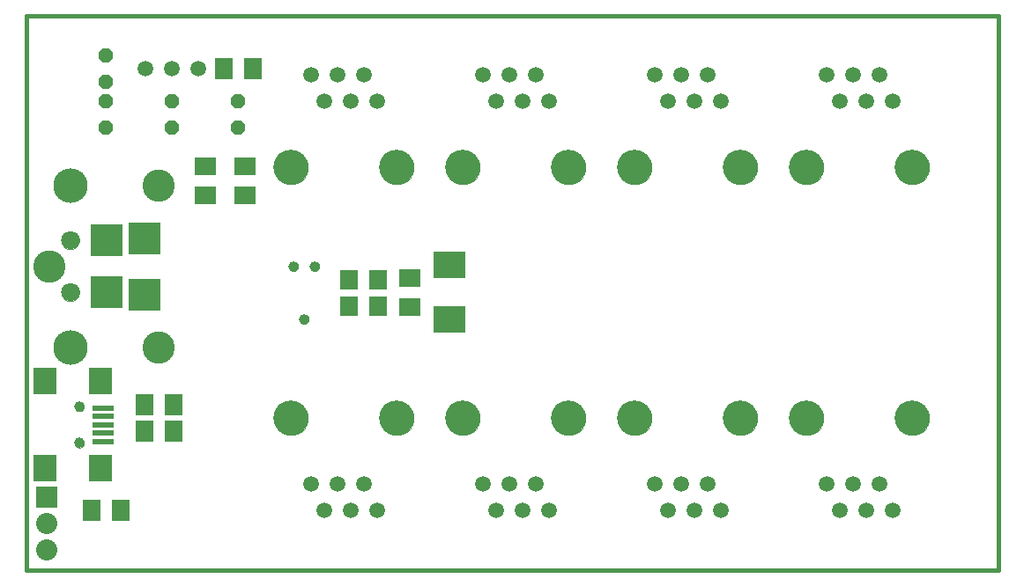
<source format=gts>
G75*
G70*
%OFA0B0*%
%FSLAX24Y24*%
%IPPOS*%
%LPD*%
%AMOC8*
5,1,8,0,0,1.08239X$1,22.5*
%
%ADD10C,0.0160*%
%ADD11C,0.0000*%
%ADD12C,0.0390*%
%ADD13R,0.0800X0.0800*%
%ADD14C,0.0800*%
%ADD15C,0.0594*%
%ADD16C,0.1320*%
%ADD17C,0.1221*%
%ADD18C,0.1306*%
%ADD19R,0.1221X0.1221*%
%ADD20C,0.0709*%
%ADD21OC8,0.0560*%
%ADD22R,0.0827X0.0670*%
%ADD23R,0.0670X0.0749*%
%ADD24R,0.1221X0.1024*%
%ADD25R,0.0670X0.0827*%
%ADD26R,0.0906X0.1024*%
%ADD27R,0.0827X0.0237*%
%ADD28C,0.0394*%
%ADD29C,0.0591*%
D10*
X000620Y000267D02*
X037370Y000267D01*
X037370Y021267D01*
X000620Y021267D01*
X000620Y000267D01*
D11*
X002443Y005078D02*
X002445Y005104D01*
X002451Y005130D01*
X002461Y005155D01*
X002474Y005178D01*
X002490Y005198D01*
X002510Y005216D01*
X002532Y005231D01*
X002555Y005243D01*
X002581Y005251D01*
X002607Y005255D01*
X002633Y005255D01*
X002659Y005251D01*
X002685Y005243D01*
X002709Y005231D01*
X002730Y005216D01*
X002750Y005198D01*
X002766Y005178D01*
X002779Y005155D01*
X002789Y005130D01*
X002795Y005104D01*
X002797Y005078D01*
X002795Y005052D01*
X002789Y005026D01*
X002779Y005001D01*
X002766Y004978D01*
X002750Y004958D01*
X002730Y004940D01*
X002708Y004925D01*
X002685Y004913D01*
X002659Y004905D01*
X002633Y004901D01*
X002607Y004901D01*
X002581Y004905D01*
X002555Y004913D01*
X002531Y004925D01*
X002510Y004940D01*
X002490Y004958D01*
X002474Y004978D01*
X002461Y005001D01*
X002451Y005026D01*
X002445Y005052D01*
X002443Y005078D01*
X002443Y006456D02*
X002445Y006482D01*
X002451Y006508D01*
X002461Y006533D01*
X002474Y006556D01*
X002490Y006576D01*
X002510Y006594D01*
X002532Y006609D01*
X002555Y006621D01*
X002581Y006629D01*
X002607Y006633D01*
X002633Y006633D01*
X002659Y006629D01*
X002685Y006621D01*
X002709Y006609D01*
X002730Y006594D01*
X002750Y006576D01*
X002766Y006556D01*
X002779Y006533D01*
X002789Y006508D01*
X002795Y006482D01*
X002797Y006456D01*
X002795Y006430D01*
X002789Y006404D01*
X002779Y006379D01*
X002766Y006356D01*
X002750Y006336D01*
X002730Y006318D01*
X002708Y006303D01*
X002685Y006291D01*
X002659Y006283D01*
X002633Y006279D01*
X002607Y006279D01*
X002581Y006283D01*
X002555Y006291D01*
X002531Y006303D01*
X002510Y006318D01*
X002490Y006336D01*
X002474Y006356D01*
X002461Y006379D01*
X002451Y006404D01*
X002445Y006430D01*
X002443Y006456D01*
X001939Y010782D02*
X001941Y010818D01*
X001947Y010854D01*
X001957Y010889D01*
X001970Y010923D01*
X001987Y010955D01*
X002007Y010985D01*
X002031Y011012D01*
X002057Y011037D01*
X002086Y011059D01*
X002117Y011078D01*
X002150Y011093D01*
X002184Y011105D01*
X002220Y011113D01*
X002256Y011117D01*
X002292Y011117D01*
X002328Y011113D01*
X002364Y011105D01*
X002398Y011093D01*
X002431Y011078D01*
X002462Y011059D01*
X002491Y011037D01*
X002517Y011012D01*
X002541Y010985D01*
X002561Y010955D01*
X002578Y010923D01*
X002591Y010889D01*
X002601Y010854D01*
X002607Y010818D01*
X002609Y010782D01*
X002607Y010746D01*
X002601Y010710D01*
X002591Y010675D01*
X002578Y010641D01*
X002561Y010609D01*
X002541Y010579D01*
X002517Y010552D01*
X002491Y010527D01*
X002462Y010505D01*
X002431Y010486D01*
X002398Y010471D01*
X002364Y010459D01*
X002328Y010451D01*
X002292Y010447D01*
X002256Y010447D01*
X002220Y010451D01*
X002184Y010459D01*
X002150Y010471D01*
X002117Y010486D01*
X002086Y010505D01*
X002057Y010527D01*
X002031Y010552D01*
X002007Y010579D01*
X001987Y010609D01*
X001970Y010641D01*
X001957Y010675D01*
X001947Y010710D01*
X001941Y010746D01*
X001939Y010782D01*
X001939Y012751D02*
X001941Y012787D01*
X001947Y012823D01*
X001957Y012858D01*
X001970Y012892D01*
X001987Y012924D01*
X002007Y012954D01*
X002031Y012981D01*
X002057Y013006D01*
X002086Y013028D01*
X002117Y013047D01*
X002150Y013062D01*
X002184Y013074D01*
X002220Y013082D01*
X002256Y013086D01*
X002292Y013086D01*
X002328Y013082D01*
X002364Y013074D01*
X002398Y013062D01*
X002431Y013047D01*
X002462Y013028D01*
X002491Y013006D01*
X002517Y012981D01*
X002541Y012954D01*
X002561Y012924D01*
X002578Y012892D01*
X002591Y012858D01*
X002601Y012823D01*
X002607Y012787D01*
X002609Y012751D01*
X002607Y012715D01*
X002601Y012679D01*
X002591Y012644D01*
X002578Y012610D01*
X002561Y012578D01*
X002541Y012548D01*
X002517Y012521D01*
X002491Y012496D01*
X002462Y012474D01*
X002431Y012455D01*
X002398Y012440D01*
X002364Y012428D01*
X002328Y012420D01*
X002292Y012416D01*
X002256Y012416D01*
X002220Y012420D01*
X002184Y012428D01*
X002150Y012440D01*
X002117Y012455D01*
X002086Y012474D01*
X002057Y012496D01*
X002031Y012521D01*
X002007Y012548D01*
X001987Y012578D01*
X001970Y012610D01*
X001957Y012644D01*
X001947Y012679D01*
X001941Y012715D01*
X001939Y012751D01*
X010545Y011767D02*
X010547Y011793D01*
X010553Y011819D01*
X010562Y011843D01*
X010575Y011866D01*
X010592Y011886D01*
X010611Y011904D01*
X010633Y011919D01*
X010656Y011930D01*
X010681Y011938D01*
X010707Y011942D01*
X010733Y011942D01*
X010759Y011938D01*
X010784Y011930D01*
X010808Y011919D01*
X010829Y011904D01*
X010848Y011886D01*
X010865Y011866D01*
X010878Y011843D01*
X010887Y011819D01*
X010893Y011793D01*
X010895Y011767D01*
X010893Y011741D01*
X010887Y011715D01*
X010878Y011691D01*
X010865Y011668D01*
X010848Y011648D01*
X010829Y011630D01*
X010807Y011615D01*
X010784Y011604D01*
X010759Y011596D01*
X010733Y011592D01*
X010707Y011592D01*
X010681Y011596D01*
X010656Y011604D01*
X010632Y011615D01*
X010611Y011630D01*
X010592Y011648D01*
X010575Y011668D01*
X010562Y011691D01*
X010553Y011715D01*
X010547Y011741D01*
X010545Y011767D01*
X011345Y011767D02*
X011347Y011793D01*
X011353Y011819D01*
X011362Y011843D01*
X011375Y011866D01*
X011392Y011886D01*
X011411Y011904D01*
X011433Y011919D01*
X011456Y011930D01*
X011481Y011938D01*
X011507Y011942D01*
X011533Y011942D01*
X011559Y011938D01*
X011584Y011930D01*
X011608Y011919D01*
X011629Y011904D01*
X011648Y011886D01*
X011665Y011866D01*
X011678Y011843D01*
X011687Y011819D01*
X011693Y011793D01*
X011695Y011767D01*
X011693Y011741D01*
X011687Y011715D01*
X011678Y011691D01*
X011665Y011668D01*
X011648Y011648D01*
X011629Y011630D01*
X011607Y011615D01*
X011584Y011604D01*
X011559Y011596D01*
X011533Y011592D01*
X011507Y011592D01*
X011481Y011596D01*
X011456Y011604D01*
X011432Y011615D01*
X011411Y011630D01*
X011392Y011648D01*
X011375Y011668D01*
X011362Y011691D01*
X011353Y011715D01*
X011347Y011741D01*
X011345Y011767D01*
X010945Y009767D02*
X010947Y009793D01*
X010953Y009819D01*
X010962Y009843D01*
X010975Y009866D01*
X010992Y009886D01*
X011011Y009904D01*
X011033Y009919D01*
X011056Y009930D01*
X011081Y009938D01*
X011107Y009942D01*
X011133Y009942D01*
X011159Y009938D01*
X011184Y009930D01*
X011208Y009919D01*
X011229Y009904D01*
X011248Y009886D01*
X011265Y009866D01*
X011278Y009843D01*
X011287Y009819D01*
X011293Y009793D01*
X011295Y009767D01*
X011293Y009741D01*
X011287Y009715D01*
X011278Y009691D01*
X011265Y009668D01*
X011248Y009648D01*
X011229Y009630D01*
X011207Y009615D01*
X011184Y009604D01*
X011159Y009596D01*
X011133Y009592D01*
X011107Y009592D01*
X011081Y009596D01*
X011056Y009604D01*
X011032Y009615D01*
X011011Y009630D01*
X010992Y009648D01*
X010975Y009668D01*
X010962Y009691D01*
X010953Y009715D01*
X010947Y009741D01*
X010945Y009767D01*
X009980Y006017D02*
X009982Y006067D01*
X009988Y006117D01*
X009998Y006166D01*
X010011Y006215D01*
X010029Y006262D01*
X010050Y006308D01*
X010074Y006351D01*
X010102Y006393D01*
X010133Y006433D01*
X010167Y006470D01*
X010204Y006504D01*
X010244Y006535D01*
X010286Y006563D01*
X010329Y006587D01*
X010375Y006608D01*
X010422Y006626D01*
X010471Y006639D01*
X010520Y006649D01*
X010570Y006655D01*
X010620Y006657D01*
X010670Y006655D01*
X010720Y006649D01*
X010769Y006639D01*
X010818Y006626D01*
X010865Y006608D01*
X010911Y006587D01*
X010954Y006563D01*
X010996Y006535D01*
X011036Y006504D01*
X011073Y006470D01*
X011107Y006433D01*
X011138Y006393D01*
X011166Y006351D01*
X011190Y006308D01*
X011211Y006262D01*
X011229Y006215D01*
X011242Y006166D01*
X011252Y006117D01*
X011258Y006067D01*
X011260Y006017D01*
X011258Y005967D01*
X011252Y005917D01*
X011242Y005868D01*
X011229Y005819D01*
X011211Y005772D01*
X011190Y005726D01*
X011166Y005683D01*
X011138Y005641D01*
X011107Y005601D01*
X011073Y005564D01*
X011036Y005530D01*
X010996Y005499D01*
X010954Y005471D01*
X010911Y005447D01*
X010865Y005426D01*
X010818Y005408D01*
X010769Y005395D01*
X010720Y005385D01*
X010670Y005379D01*
X010620Y005377D01*
X010570Y005379D01*
X010520Y005385D01*
X010471Y005395D01*
X010422Y005408D01*
X010375Y005426D01*
X010329Y005447D01*
X010286Y005471D01*
X010244Y005499D01*
X010204Y005530D01*
X010167Y005564D01*
X010133Y005601D01*
X010102Y005641D01*
X010074Y005683D01*
X010050Y005726D01*
X010029Y005772D01*
X010011Y005819D01*
X009998Y005868D01*
X009988Y005917D01*
X009982Y005967D01*
X009980Y006017D01*
X013980Y006017D02*
X013982Y006067D01*
X013988Y006117D01*
X013998Y006166D01*
X014011Y006215D01*
X014029Y006262D01*
X014050Y006308D01*
X014074Y006351D01*
X014102Y006393D01*
X014133Y006433D01*
X014167Y006470D01*
X014204Y006504D01*
X014244Y006535D01*
X014286Y006563D01*
X014329Y006587D01*
X014375Y006608D01*
X014422Y006626D01*
X014471Y006639D01*
X014520Y006649D01*
X014570Y006655D01*
X014620Y006657D01*
X014670Y006655D01*
X014720Y006649D01*
X014769Y006639D01*
X014818Y006626D01*
X014865Y006608D01*
X014911Y006587D01*
X014954Y006563D01*
X014996Y006535D01*
X015036Y006504D01*
X015073Y006470D01*
X015107Y006433D01*
X015138Y006393D01*
X015166Y006351D01*
X015190Y006308D01*
X015211Y006262D01*
X015229Y006215D01*
X015242Y006166D01*
X015252Y006117D01*
X015258Y006067D01*
X015260Y006017D01*
X015258Y005967D01*
X015252Y005917D01*
X015242Y005868D01*
X015229Y005819D01*
X015211Y005772D01*
X015190Y005726D01*
X015166Y005683D01*
X015138Y005641D01*
X015107Y005601D01*
X015073Y005564D01*
X015036Y005530D01*
X014996Y005499D01*
X014954Y005471D01*
X014911Y005447D01*
X014865Y005426D01*
X014818Y005408D01*
X014769Y005395D01*
X014720Y005385D01*
X014670Y005379D01*
X014620Y005377D01*
X014570Y005379D01*
X014520Y005385D01*
X014471Y005395D01*
X014422Y005408D01*
X014375Y005426D01*
X014329Y005447D01*
X014286Y005471D01*
X014244Y005499D01*
X014204Y005530D01*
X014167Y005564D01*
X014133Y005601D01*
X014102Y005641D01*
X014074Y005683D01*
X014050Y005726D01*
X014029Y005772D01*
X014011Y005819D01*
X013998Y005868D01*
X013988Y005917D01*
X013982Y005967D01*
X013980Y006017D01*
X016480Y006017D02*
X016482Y006067D01*
X016488Y006117D01*
X016498Y006166D01*
X016511Y006215D01*
X016529Y006262D01*
X016550Y006308D01*
X016574Y006351D01*
X016602Y006393D01*
X016633Y006433D01*
X016667Y006470D01*
X016704Y006504D01*
X016744Y006535D01*
X016786Y006563D01*
X016829Y006587D01*
X016875Y006608D01*
X016922Y006626D01*
X016971Y006639D01*
X017020Y006649D01*
X017070Y006655D01*
X017120Y006657D01*
X017170Y006655D01*
X017220Y006649D01*
X017269Y006639D01*
X017318Y006626D01*
X017365Y006608D01*
X017411Y006587D01*
X017454Y006563D01*
X017496Y006535D01*
X017536Y006504D01*
X017573Y006470D01*
X017607Y006433D01*
X017638Y006393D01*
X017666Y006351D01*
X017690Y006308D01*
X017711Y006262D01*
X017729Y006215D01*
X017742Y006166D01*
X017752Y006117D01*
X017758Y006067D01*
X017760Y006017D01*
X017758Y005967D01*
X017752Y005917D01*
X017742Y005868D01*
X017729Y005819D01*
X017711Y005772D01*
X017690Y005726D01*
X017666Y005683D01*
X017638Y005641D01*
X017607Y005601D01*
X017573Y005564D01*
X017536Y005530D01*
X017496Y005499D01*
X017454Y005471D01*
X017411Y005447D01*
X017365Y005426D01*
X017318Y005408D01*
X017269Y005395D01*
X017220Y005385D01*
X017170Y005379D01*
X017120Y005377D01*
X017070Y005379D01*
X017020Y005385D01*
X016971Y005395D01*
X016922Y005408D01*
X016875Y005426D01*
X016829Y005447D01*
X016786Y005471D01*
X016744Y005499D01*
X016704Y005530D01*
X016667Y005564D01*
X016633Y005601D01*
X016602Y005641D01*
X016574Y005683D01*
X016550Y005726D01*
X016529Y005772D01*
X016511Y005819D01*
X016498Y005868D01*
X016488Y005917D01*
X016482Y005967D01*
X016480Y006017D01*
X020480Y006017D02*
X020482Y006067D01*
X020488Y006117D01*
X020498Y006166D01*
X020511Y006215D01*
X020529Y006262D01*
X020550Y006308D01*
X020574Y006351D01*
X020602Y006393D01*
X020633Y006433D01*
X020667Y006470D01*
X020704Y006504D01*
X020744Y006535D01*
X020786Y006563D01*
X020829Y006587D01*
X020875Y006608D01*
X020922Y006626D01*
X020971Y006639D01*
X021020Y006649D01*
X021070Y006655D01*
X021120Y006657D01*
X021170Y006655D01*
X021220Y006649D01*
X021269Y006639D01*
X021318Y006626D01*
X021365Y006608D01*
X021411Y006587D01*
X021454Y006563D01*
X021496Y006535D01*
X021536Y006504D01*
X021573Y006470D01*
X021607Y006433D01*
X021638Y006393D01*
X021666Y006351D01*
X021690Y006308D01*
X021711Y006262D01*
X021729Y006215D01*
X021742Y006166D01*
X021752Y006117D01*
X021758Y006067D01*
X021760Y006017D01*
X021758Y005967D01*
X021752Y005917D01*
X021742Y005868D01*
X021729Y005819D01*
X021711Y005772D01*
X021690Y005726D01*
X021666Y005683D01*
X021638Y005641D01*
X021607Y005601D01*
X021573Y005564D01*
X021536Y005530D01*
X021496Y005499D01*
X021454Y005471D01*
X021411Y005447D01*
X021365Y005426D01*
X021318Y005408D01*
X021269Y005395D01*
X021220Y005385D01*
X021170Y005379D01*
X021120Y005377D01*
X021070Y005379D01*
X021020Y005385D01*
X020971Y005395D01*
X020922Y005408D01*
X020875Y005426D01*
X020829Y005447D01*
X020786Y005471D01*
X020744Y005499D01*
X020704Y005530D01*
X020667Y005564D01*
X020633Y005601D01*
X020602Y005641D01*
X020574Y005683D01*
X020550Y005726D01*
X020529Y005772D01*
X020511Y005819D01*
X020498Y005868D01*
X020488Y005917D01*
X020482Y005967D01*
X020480Y006017D01*
X022980Y006017D02*
X022982Y006067D01*
X022988Y006117D01*
X022998Y006166D01*
X023011Y006215D01*
X023029Y006262D01*
X023050Y006308D01*
X023074Y006351D01*
X023102Y006393D01*
X023133Y006433D01*
X023167Y006470D01*
X023204Y006504D01*
X023244Y006535D01*
X023286Y006563D01*
X023329Y006587D01*
X023375Y006608D01*
X023422Y006626D01*
X023471Y006639D01*
X023520Y006649D01*
X023570Y006655D01*
X023620Y006657D01*
X023670Y006655D01*
X023720Y006649D01*
X023769Y006639D01*
X023818Y006626D01*
X023865Y006608D01*
X023911Y006587D01*
X023954Y006563D01*
X023996Y006535D01*
X024036Y006504D01*
X024073Y006470D01*
X024107Y006433D01*
X024138Y006393D01*
X024166Y006351D01*
X024190Y006308D01*
X024211Y006262D01*
X024229Y006215D01*
X024242Y006166D01*
X024252Y006117D01*
X024258Y006067D01*
X024260Y006017D01*
X024258Y005967D01*
X024252Y005917D01*
X024242Y005868D01*
X024229Y005819D01*
X024211Y005772D01*
X024190Y005726D01*
X024166Y005683D01*
X024138Y005641D01*
X024107Y005601D01*
X024073Y005564D01*
X024036Y005530D01*
X023996Y005499D01*
X023954Y005471D01*
X023911Y005447D01*
X023865Y005426D01*
X023818Y005408D01*
X023769Y005395D01*
X023720Y005385D01*
X023670Y005379D01*
X023620Y005377D01*
X023570Y005379D01*
X023520Y005385D01*
X023471Y005395D01*
X023422Y005408D01*
X023375Y005426D01*
X023329Y005447D01*
X023286Y005471D01*
X023244Y005499D01*
X023204Y005530D01*
X023167Y005564D01*
X023133Y005601D01*
X023102Y005641D01*
X023074Y005683D01*
X023050Y005726D01*
X023029Y005772D01*
X023011Y005819D01*
X022998Y005868D01*
X022988Y005917D01*
X022982Y005967D01*
X022980Y006017D01*
X026980Y006017D02*
X026982Y006067D01*
X026988Y006117D01*
X026998Y006166D01*
X027011Y006215D01*
X027029Y006262D01*
X027050Y006308D01*
X027074Y006351D01*
X027102Y006393D01*
X027133Y006433D01*
X027167Y006470D01*
X027204Y006504D01*
X027244Y006535D01*
X027286Y006563D01*
X027329Y006587D01*
X027375Y006608D01*
X027422Y006626D01*
X027471Y006639D01*
X027520Y006649D01*
X027570Y006655D01*
X027620Y006657D01*
X027670Y006655D01*
X027720Y006649D01*
X027769Y006639D01*
X027818Y006626D01*
X027865Y006608D01*
X027911Y006587D01*
X027954Y006563D01*
X027996Y006535D01*
X028036Y006504D01*
X028073Y006470D01*
X028107Y006433D01*
X028138Y006393D01*
X028166Y006351D01*
X028190Y006308D01*
X028211Y006262D01*
X028229Y006215D01*
X028242Y006166D01*
X028252Y006117D01*
X028258Y006067D01*
X028260Y006017D01*
X028258Y005967D01*
X028252Y005917D01*
X028242Y005868D01*
X028229Y005819D01*
X028211Y005772D01*
X028190Y005726D01*
X028166Y005683D01*
X028138Y005641D01*
X028107Y005601D01*
X028073Y005564D01*
X028036Y005530D01*
X027996Y005499D01*
X027954Y005471D01*
X027911Y005447D01*
X027865Y005426D01*
X027818Y005408D01*
X027769Y005395D01*
X027720Y005385D01*
X027670Y005379D01*
X027620Y005377D01*
X027570Y005379D01*
X027520Y005385D01*
X027471Y005395D01*
X027422Y005408D01*
X027375Y005426D01*
X027329Y005447D01*
X027286Y005471D01*
X027244Y005499D01*
X027204Y005530D01*
X027167Y005564D01*
X027133Y005601D01*
X027102Y005641D01*
X027074Y005683D01*
X027050Y005726D01*
X027029Y005772D01*
X027011Y005819D01*
X026998Y005868D01*
X026988Y005917D01*
X026982Y005967D01*
X026980Y006017D01*
X029480Y006017D02*
X029482Y006067D01*
X029488Y006117D01*
X029498Y006166D01*
X029511Y006215D01*
X029529Y006262D01*
X029550Y006308D01*
X029574Y006351D01*
X029602Y006393D01*
X029633Y006433D01*
X029667Y006470D01*
X029704Y006504D01*
X029744Y006535D01*
X029786Y006563D01*
X029829Y006587D01*
X029875Y006608D01*
X029922Y006626D01*
X029971Y006639D01*
X030020Y006649D01*
X030070Y006655D01*
X030120Y006657D01*
X030170Y006655D01*
X030220Y006649D01*
X030269Y006639D01*
X030318Y006626D01*
X030365Y006608D01*
X030411Y006587D01*
X030454Y006563D01*
X030496Y006535D01*
X030536Y006504D01*
X030573Y006470D01*
X030607Y006433D01*
X030638Y006393D01*
X030666Y006351D01*
X030690Y006308D01*
X030711Y006262D01*
X030729Y006215D01*
X030742Y006166D01*
X030752Y006117D01*
X030758Y006067D01*
X030760Y006017D01*
X030758Y005967D01*
X030752Y005917D01*
X030742Y005868D01*
X030729Y005819D01*
X030711Y005772D01*
X030690Y005726D01*
X030666Y005683D01*
X030638Y005641D01*
X030607Y005601D01*
X030573Y005564D01*
X030536Y005530D01*
X030496Y005499D01*
X030454Y005471D01*
X030411Y005447D01*
X030365Y005426D01*
X030318Y005408D01*
X030269Y005395D01*
X030220Y005385D01*
X030170Y005379D01*
X030120Y005377D01*
X030070Y005379D01*
X030020Y005385D01*
X029971Y005395D01*
X029922Y005408D01*
X029875Y005426D01*
X029829Y005447D01*
X029786Y005471D01*
X029744Y005499D01*
X029704Y005530D01*
X029667Y005564D01*
X029633Y005601D01*
X029602Y005641D01*
X029574Y005683D01*
X029550Y005726D01*
X029529Y005772D01*
X029511Y005819D01*
X029498Y005868D01*
X029488Y005917D01*
X029482Y005967D01*
X029480Y006017D01*
X033480Y006017D02*
X033482Y006067D01*
X033488Y006117D01*
X033498Y006166D01*
X033511Y006215D01*
X033529Y006262D01*
X033550Y006308D01*
X033574Y006351D01*
X033602Y006393D01*
X033633Y006433D01*
X033667Y006470D01*
X033704Y006504D01*
X033744Y006535D01*
X033786Y006563D01*
X033829Y006587D01*
X033875Y006608D01*
X033922Y006626D01*
X033971Y006639D01*
X034020Y006649D01*
X034070Y006655D01*
X034120Y006657D01*
X034170Y006655D01*
X034220Y006649D01*
X034269Y006639D01*
X034318Y006626D01*
X034365Y006608D01*
X034411Y006587D01*
X034454Y006563D01*
X034496Y006535D01*
X034536Y006504D01*
X034573Y006470D01*
X034607Y006433D01*
X034638Y006393D01*
X034666Y006351D01*
X034690Y006308D01*
X034711Y006262D01*
X034729Y006215D01*
X034742Y006166D01*
X034752Y006117D01*
X034758Y006067D01*
X034760Y006017D01*
X034758Y005967D01*
X034752Y005917D01*
X034742Y005868D01*
X034729Y005819D01*
X034711Y005772D01*
X034690Y005726D01*
X034666Y005683D01*
X034638Y005641D01*
X034607Y005601D01*
X034573Y005564D01*
X034536Y005530D01*
X034496Y005499D01*
X034454Y005471D01*
X034411Y005447D01*
X034365Y005426D01*
X034318Y005408D01*
X034269Y005395D01*
X034220Y005385D01*
X034170Y005379D01*
X034120Y005377D01*
X034070Y005379D01*
X034020Y005385D01*
X033971Y005395D01*
X033922Y005408D01*
X033875Y005426D01*
X033829Y005447D01*
X033786Y005471D01*
X033744Y005499D01*
X033704Y005530D01*
X033667Y005564D01*
X033633Y005601D01*
X033602Y005641D01*
X033574Y005683D01*
X033550Y005726D01*
X033529Y005772D01*
X033511Y005819D01*
X033498Y005868D01*
X033488Y005917D01*
X033482Y005967D01*
X033480Y006017D01*
X033480Y015517D02*
X033482Y015567D01*
X033488Y015617D01*
X033498Y015666D01*
X033511Y015715D01*
X033529Y015762D01*
X033550Y015808D01*
X033574Y015851D01*
X033602Y015893D01*
X033633Y015933D01*
X033667Y015970D01*
X033704Y016004D01*
X033744Y016035D01*
X033786Y016063D01*
X033829Y016087D01*
X033875Y016108D01*
X033922Y016126D01*
X033971Y016139D01*
X034020Y016149D01*
X034070Y016155D01*
X034120Y016157D01*
X034170Y016155D01*
X034220Y016149D01*
X034269Y016139D01*
X034318Y016126D01*
X034365Y016108D01*
X034411Y016087D01*
X034454Y016063D01*
X034496Y016035D01*
X034536Y016004D01*
X034573Y015970D01*
X034607Y015933D01*
X034638Y015893D01*
X034666Y015851D01*
X034690Y015808D01*
X034711Y015762D01*
X034729Y015715D01*
X034742Y015666D01*
X034752Y015617D01*
X034758Y015567D01*
X034760Y015517D01*
X034758Y015467D01*
X034752Y015417D01*
X034742Y015368D01*
X034729Y015319D01*
X034711Y015272D01*
X034690Y015226D01*
X034666Y015183D01*
X034638Y015141D01*
X034607Y015101D01*
X034573Y015064D01*
X034536Y015030D01*
X034496Y014999D01*
X034454Y014971D01*
X034411Y014947D01*
X034365Y014926D01*
X034318Y014908D01*
X034269Y014895D01*
X034220Y014885D01*
X034170Y014879D01*
X034120Y014877D01*
X034070Y014879D01*
X034020Y014885D01*
X033971Y014895D01*
X033922Y014908D01*
X033875Y014926D01*
X033829Y014947D01*
X033786Y014971D01*
X033744Y014999D01*
X033704Y015030D01*
X033667Y015064D01*
X033633Y015101D01*
X033602Y015141D01*
X033574Y015183D01*
X033550Y015226D01*
X033529Y015272D01*
X033511Y015319D01*
X033498Y015368D01*
X033488Y015417D01*
X033482Y015467D01*
X033480Y015517D01*
X029480Y015517D02*
X029482Y015567D01*
X029488Y015617D01*
X029498Y015666D01*
X029511Y015715D01*
X029529Y015762D01*
X029550Y015808D01*
X029574Y015851D01*
X029602Y015893D01*
X029633Y015933D01*
X029667Y015970D01*
X029704Y016004D01*
X029744Y016035D01*
X029786Y016063D01*
X029829Y016087D01*
X029875Y016108D01*
X029922Y016126D01*
X029971Y016139D01*
X030020Y016149D01*
X030070Y016155D01*
X030120Y016157D01*
X030170Y016155D01*
X030220Y016149D01*
X030269Y016139D01*
X030318Y016126D01*
X030365Y016108D01*
X030411Y016087D01*
X030454Y016063D01*
X030496Y016035D01*
X030536Y016004D01*
X030573Y015970D01*
X030607Y015933D01*
X030638Y015893D01*
X030666Y015851D01*
X030690Y015808D01*
X030711Y015762D01*
X030729Y015715D01*
X030742Y015666D01*
X030752Y015617D01*
X030758Y015567D01*
X030760Y015517D01*
X030758Y015467D01*
X030752Y015417D01*
X030742Y015368D01*
X030729Y015319D01*
X030711Y015272D01*
X030690Y015226D01*
X030666Y015183D01*
X030638Y015141D01*
X030607Y015101D01*
X030573Y015064D01*
X030536Y015030D01*
X030496Y014999D01*
X030454Y014971D01*
X030411Y014947D01*
X030365Y014926D01*
X030318Y014908D01*
X030269Y014895D01*
X030220Y014885D01*
X030170Y014879D01*
X030120Y014877D01*
X030070Y014879D01*
X030020Y014885D01*
X029971Y014895D01*
X029922Y014908D01*
X029875Y014926D01*
X029829Y014947D01*
X029786Y014971D01*
X029744Y014999D01*
X029704Y015030D01*
X029667Y015064D01*
X029633Y015101D01*
X029602Y015141D01*
X029574Y015183D01*
X029550Y015226D01*
X029529Y015272D01*
X029511Y015319D01*
X029498Y015368D01*
X029488Y015417D01*
X029482Y015467D01*
X029480Y015517D01*
X026980Y015517D02*
X026982Y015567D01*
X026988Y015617D01*
X026998Y015666D01*
X027011Y015715D01*
X027029Y015762D01*
X027050Y015808D01*
X027074Y015851D01*
X027102Y015893D01*
X027133Y015933D01*
X027167Y015970D01*
X027204Y016004D01*
X027244Y016035D01*
X027286Y016063D01*
X027329Y016087D01*
X027375Y016108D01*
X027422Y016126D01*
X027471Y016139D01*
X027520Y016149D01*
X027570Y016155D01*
X027620Y016157D01*
X027670Y016155D01*
X027720Y016149D01*
X027769Y016139D01*
X027818Y016126D01*
X027865Y016108D01*
X027911Y016087D01*
X027954Y016063D01*
X027996Y016035D01*
X028036Y016004D01*
X028073Y015970D01*
X028107Y015933D01*
X028138Y015893D01*
X028166Y015851D01*
X028190Y015808D01*
X028211Y015762D01*
X028229Y015715D01*
X028242Y015666D01*
X028252Y015617D01*
X028258Y015567D01*
X028260Y015517D01*
X028258Y015467D01*
X028252Y015417D01*
X028242Y015368D01*
X028229Y015319D01*
X028211Y015272D01*
X028190Y015226D01*
X028166Y015183D01*
X028138Y015141D01*
X028107Y015101D01*
X028073Y015064D01*
X028036Y015030D01*
X027996Y014999D01*
X027954Y014971D01*
X027911Y014947D01*
X027865Y014926D01*
X027818Y014908D01*
X027769Y014895D01*
X027720Y014885D01*
X027670Y014879D01*
X027620Y014877D01*
X027570Y014879D01*
X027520Y014885D01*
X027471Y014895D01*
X027422Y014908D01*
X027375Y014926D01*
X027329Y014947D01*
X027286Y014971D01*
X027244Y014999D01*
X027204Y015030D01*
X027167Y015064D01*
X027133Y015101D01*
X027102Y015141D01*
X027074Y015183D01*
X027050Y015226D01*
X027029Y015272D01*
X027011Y015319D01*
X026998Y015368D01*
X026988Y015417D01*
X026982Y015467D01*
X026980Y015517D01*
X022980Y015517D02*
X022982Y015567D01*
X022988Y015617D01*
X022998Y015666D01*
X023011Y015715D01*
X023029Y015762D01*
X023050Y015808D01*
X023074Y015851D01*
X023102Y015893D01*
X023133Y015933D01*
X023167Y015970D01*
X023204Y016004D01*
X023244Y016035D01*
X023286Y016063D01*
X023329Y016087D01*
X023375Y016108D01*
X023422Y016126D01*
X023471Y016139D01*
X023520Y016149D01*
X023570Y016155D01*
X023620Y016157D01*
X023670Y016155D01*
X023720Y016149D01*
X023769Y016139D01*
X023818Y016126D01*
X023865Y016108D01*
X023911Y016087D01*
X023954Y016063D01*
X023996Y016035D01*
X024036Y016004D01*
X024073Y015970D01*
X024107Y015933D01*
X024138Y015893D01*
X024166Y015851D01*
X024190Y015808D01*
X024211Y015762D01*
X024229Y015715D01*
X024242Y015666D01*
X024252Y015617D01*
X024258Y015567D01*
X024260Y015517D01*
X024258Y015467D01*
X024252Y015417D01*
X024242Y015368D01*
X024229Y015319D01*
X024211Y015272D01*
X024190Y015226D01*
X024166Y015183D01*
X024138Y015141D01*
X024107Y015101D01*
X024073Y015064D01*
X024036Y015030D01*
X023996Y014999D01*
X023954Y014971D01*
X023911Y014947D01*
X023865Y014926D01*
X023818Y014908D01*
X023769Y014895D01*
X023720Y014885D01*
X023670Y014879D01*
X023620Y014877D01*
X023570Y014879D01*
X023520Y014885D01*
X023471Y014895D01*
X023422Y014908D01*
X023375Y014926D01*
X023329Y014947D01*
X023286Y014971D01*
X023244Y014999D01*
X023204Y015030D01*
X023167Y015064D01*
X023133Y015101D01*
X023102Y015141D01*
X023074Y015183D01*
X023050Y015226D01*
X023029Y015272D01*
X023011Y015319D01*
X022998Y015368D01*
X022988Y015417D01*
X022982Y015467D01*
X022980Y015517D01*
X020480Y015517D02*
X020482Y015567D01*
X020488Y015617D01*
X020498Y015666D01*
X020511Y015715D01*
X020529Y015762D01*
X020550Y015808D01*
X020574Y015851D01*
X020602Y015893D01*
X020633Y015933D01*
X020667Y015970D01*
X020704Y016004D01*
X020744Y016035D01*
X020786Y016063D01*
X020829Y016087D01*
X020875Y016108D01*
X020922Y016126D01*
X020971Y016139D01*
X021020Y016149D01*
X021070Y016155D01*
X021120Y016157D01*
X021170Y016155D01*
X021220Y016149D01*
X021269Y016139D01*
X021318Y016126D01*
X021365Y016108D01*
X021411Y016087D01*
X021454Y016063D01*
X021496Y016035D01*
X021536Y016004D01*
X021573Y015970D01*
X021607Y015933D01*
X021638Y015893D01*
X021666Y015851D01*
X021690Y015808D01*
X021711Y015762D01*
X021729Y015715D01*
X021742Y015666D01*
X021752Y015617D01*
X021758Y015567D01*
X021760Y015517D01*
X021758Y015467D01*
X021752Y015417D01*
X021742Y015368D01*
X021729Y015319D01*
X021711Y015272D01*
X021690Y015226D01*
X021666Y015183D01*
X021638Y015141D01*
X021607Y015101D01*
X021573Y015064D01*
X021536Y015030D01*
X021496Y014999D01*
X021454Y014971D01*
X021411Y014947D01*
X021365Y014926D01*
X021318Y014908D01*
X021269Y014895D01*
X021220Y014885D01*
X021170Y014879D01*
X021120Y014877D01*
X021070Y014879D01*
X021020Y014885D01*
X020971Y014895D01*
X020922Y014908D01*
X020875Y014926D01*
X020829Y014947D01*
X020786Y014971D01*
X020744Y014999D01*
X020704Y015030D01*
X020667Y015064D01*
X020633Y015101D01*
X020602Y015141D01*
X020574Y015183D01*
X020550Y015226D01*
X020529Y015272D01*
X020511Y015319D01*
X020498Y015368D01*
X020488Y015417D01*
X020482Y015467D01*
X020480Y015517D01*
X016480Y015517D02*
X016482Y015567D01*
X016488Y015617D01*
X016498Y015666D01*
X016511Y015715D01*
X016529Y015762D01*
X016550Y015808D01*
X016574Y015851D01*
X016602Y015893D01*
X016633Y015933D01*
X016667Y015970D01*
X016704Y016004D01*
X016744Y016035D01*
X016786Y016063D01*
X016829Y016087D01*
X016875Y016108D01*
X016922Y016126D01*
X016971Y016139D01*
X017020Y016149D01*
X017070Y016155D01*
X017120Y016157D01*
X017170Y016155D01*
X017220Y016149D01*
X017269Y016139D01*
X017318Y016126D01*
X017365Y016108D01*
X017411Y016087D01*
X017454Y016063D01*
X017496Y016035D01*
X017536Y016004D01*
X017573Y015970D01*
X017607Y015933D01*
X017638Y015893D01*
X017666Y015851D01*
X017690Y015808D01*
X017711Y015762D01*
X017729Y015715D01*
X017742Y015666D01*
X017752Y015617D01*
X017758Y015567D01*
X017760Y015517D01*
X017758Y015467D01*
X017752Y015417D01*
X017742Y015368D01*
X017729Y015319D01*
X017711Y015272D01*
X017690Y015226D01*
X017666Y015183D01*
X017638Y015141D01*
X017607Y015101D01*
X017573Y015064D01*
X017536Y015030D01*
X017496Y014999D01*
X017454Y014971D01*
X017411Y014947D01*
X017365Y014926D01*
X017318Y014908D01*
X017269Y014895D01*
X017220Y014885D01*
X017170Y014879D01*
X017120Y014877D01*
X017070Y014879D01*
X017020Y014885D01*
X016971Y014895D01*
X016922Y014908D01*
X016875Y014926D01*
X016829Y014947D01*
X016786Y014971D01*
X016744Y014999D01*
X016704Y015030D01*
X016667Y015064D01*
X016633Y015101D01*
X016602Y015141D01*
X016574Y015183D01*
X016550Y015226D01*
X016529Y015272D01*
X016511Y015319D01*
X016498Y015368D01*
X016488Y015417D01*
X016482Y015467D01*
X016480Y015517D01*
X013980Y015517D02*
X013982Y015567D01*
X013988Y015617D01*
X013998Y015666D01*
X014011Y015715D01*
X014029Y015762D01*
X014050Y015808D01*
X014074Y015851D01*
X014102Y015893D01*
X014133Y015933D01*
X014167Y015970D01*
X014204Y016004D01*
X014244Y016035D01*
X014286Y016063D01*
X014329Y016087D01*
X014375Y016108D01*
X014422Y016126D01*
X014471Y016139D01*
X014520Y016149D01*
X014570Y016155D01*
X014620Y016157D01*
X014670Y016155D01*
X014720Y016149D01*
X014769Y016139D01*
X014818Y016126D01*
X014865Y016108D01*
X014911Y016087D01*
X014954Y016063D01*
X014996Y016035D01*
X015036Y016004D01*
X015073Y015970D01*
X015107Y015933D01*
X015138Y015893D01*
X015166Y015851D01*
X015190Y015808D01*
X015211Y015762D01*
X015229Y015715D01*
X015242Y015666D01*
X015252Y015617D01*
X015258Y015567D01*
X015260Y015517D01*
X015258Y015467D01*
X015252Y015417D01*
X015242Y015368D01*
X015229Y015319D01*
X015211Y015272D01*
X015190Y015226D01*
X015166Y015183D01*
X015138Y015141D01*
X015107Y015101D01*
X015073Y015064D01*
X015036Y015030D01*
X014996Y014999D01*
X014954Y014971D01*
X014911Y014947D01*
X014865Y014926D01*
X014818Y014908D01*
X014769Y014895D01*
X014720Y014885D01*
X014670Y014879D01*
X014620Y014877D01*
X014570Y014879D01*
X014520Y014885D01*
X014471Y014895D01*
X014422Y014908D01*
X014375Y014926D01*
X014329Y014947D01*
X014286Y014971D01*
X014244Y014999D01*
X014204Y015030D01*
X014167Y015064D01*
X014133Y015101D01*
X014102Y015141D01*
X014074Y015183D01*
X014050Y015226D01*
X014029Y015272D01*
X014011Y015319D01*
X013998Y015368D01*
X013988Y015417D01*
X013982Y015467D01*
X013980Y015517D01*
X009980Y015517D02*
X009982Y015567D01*
X009988Y015617D01*
X009998Y015666D01*
X010011Y015715D01*
X010029Y015762D01*
X010050Y015808D01*
X010074Y015851D01*
X010102Y015893D01*
X010133Y015933D01*
X010167Y015970D01*
X010204Y016004D01*
X010244Y016035D01*
X010286Y016063D01*
X010329Y016087D01*
X010375Y016108D01*
X010422Y016126D01*
X010471Y016139D01*
X010520Y016149D01*
X010570Y016155D01*
X010620Y016157D01*
X010670Y016155D01*
X010720Y016149D01*
X010769Y016139D01*
X010818Y016126D01*
X010865Y016108D01*
X010911Y016087D01*
X010954Y016063D01*
X010996Y016035D01*
X011036Y016004D01*
X011073Y015970D01*
X011107Y015933D01*
X011138Y015893D01*
X011166Y015851D01*
X011190Y015808D01*
X011211Y015762D01*
X011229Y015715D01*
X011242Y015666D01*
X011252Y015617D01*
X011258Y015567D01*
X011260Y015517D01*
X011258Y015467D01*
X011252Y015417D01*
X011242Y015368D01*
X011229Y015319D01*
X011211Y015272D01*
X011190Y015226D01*
X011166Y015183D01*
X011138Y015141D01*
X011107Y015101D01*
X011073Y015064D01*
X011036Y015030D01*
X010996Y014999D01*
X010954Y014971D01*
X010911Y014947D01*
X010865Y014926D01*
X010818Y014908D01*
X010769Y014895D01*
X010720Y014885D01*
X010670Y014879D01*
X010620Y014877D01*
X010570Y014879D01*
X010520Y014885D01*
X010471Y014895D01*
X010422Y014908D01*
X010375Y014926D01*
X010329Y014947D01*
X010286Y014971D01*
X010244Y014999D01*
X010204Y015030D01*
X010167Y015064D01*
X010133Y015101D01*
X010102Y015141D01*
X010074Y015183D01*
X010050Y015226D01*
X010029Y015272D01*
X010011Y015319D01*
X009998Y015368D01*
X009988Y015417D01*
X009982Y015467D01*
X009980Y015517D01*
D12*
X010720Y011767D03*
X011520Y011767D03*
X011120Y009767D03*
D13*
X001370Y003017D03*
D14*
X001370Y002017D03*
X001370Y001017D03*
D15*
X011370Y003517D03*
X012370Y003517D03*
X013370Y003517D03*
X012870Y002517D03*
X013870Y002517D03*
X011870Y002517D03*
X017870Y003517D03*
X018870Y003517D03*
X019870Y003517D03*
X019370Y002517D03*
X018370Y002517D03*
X020370Y002517D03*
X024370Y003517D03*
X025370Y003517D03*
X026370Y003517D03*
X025870Y002517D03*
X024870Y002517D03*
X026870Y002517D03*
X030870Y003517D03*
X031870Y003517D03*
X032870Y003517D03*
X032370Y002517D03*
X033370Y002517D03*
X031370Y002517D03*
X031370Y018017D03*
X032370Y018017D03*
X033370Y018017D03*
X032870Y019017D03*
X031870Y019017D03*
X030870Y019017D03*
X026870Y018017D03*
X025870Y018017D03*
X024870Y018017D03*
X024370Y019017D03*
X025370Y019017D03*
X026370Y019017D03*
X020370Y018017D03*
X019370Y018017D03*
X018370Y018017D03*
X017870Y019017D03*
X018870Y019017D03*
X019870Y019017D03*
X013870Y018017D03*
X012870Y018017D03*
X011870Y018017D03*
X011370Y019017D03*
X012370Y019017D03*
X013370Y019017D03*
D16*
X014620Y015517D03*
X017120Y015517D03*
X021120Y015517D03*
X023620Y015517D03*
X027620Y015517D03*
X030120Y015517D03*
X034120Y015517D03*
X034120Y006017D03*
X030120Y006017D03*
X027620Y006017D03*
X023620Y006017D03*
X021120Y006017D03*
X017120Y006017D03*
X014620Y006017D03*
X010620Y006017D03*
X010620Y015517D03*
D17*
X005620Y014838D03*
X001486Y011767D03*
X005620Y008696D03*
D18*
X002274Y008696D03*
X002274Y014838D03*
D19*
X005089Y012830D03*
X003652Y012751D03*
X003652Y010782D03*
X005089Y010704D03*
D20*
X002274Y010782D03*
X002274Y012751D03*
D21*
X003620Y017017D03*
X003620Y018017D03*
X003620Y018767D03*
X003620Y019767D03*
X006120Y018017D03*
X006120Y017017D03*
X008620Y017017D03*
X008620Y018017D03*
D22*
X008870Y015568D03*
X007370Y015568D03*
X007370Y014465D03*
X008870Y014465D03*
X015120Y011318D03*
X015120Y010215D03*
D23*
X013922Y010267D03*
X012819Y010267D03*
X012819Y011267D03*
X013922Y011267D03*
D24*
X016620Y011816D03*
X016620Y009757D03*
D25*
X006172Y006517D03*
X005069Y006517D03*
X005069Y005517D03*
X006172Y005517D03*
X004172Y002517D03*
X003069Y002517D03*
X008069Y019267D03*
X009172Y019267D03*
D26*
X003408Y007420D03*
X001321Y007420D03*
X001321Y004113D03*
X003408Y004113D03*
D27*
X003506Y005137D03*
X003506Y005452D03*
X003506Y005767D03*
X003506Y006082D03*
X003506Y006397D03*
D28*
X002620Y006456D03*
X002620Y005078D03*
D29*
X005120Y019267D03*
X006120Y019267D03*
X007120Y019267D03*
M02*

</source>
